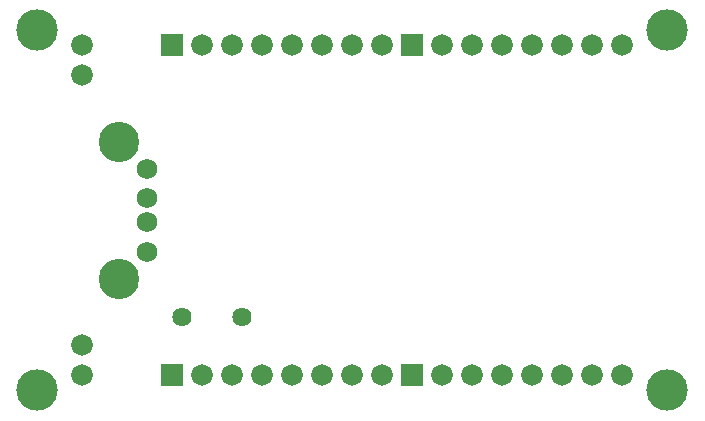
<source format=gbs>
G75*
G70*
%OFA0B0*%
%FSLAX24Y24*%
%IPPOS*%
%LPD*%
%AMOC8*
5,1,8,0,0,1.08239X$1,22.5*
%
%ADD10C,0.0680*%
%ADD11C,0.1346*%
%ADD12C,0.0720*%
%ADD13R,0.0720X0.0720*%
%ADD14C,0.0640*%
%ADD15C,0.1380*%
D10*
X008107Y006640D03*
X008107Y007624D03*
X008107Y008412D03*
X008107Y009396D03*
D11*
X007162Y010301D03*
X007162Y005734D03*
D12*
X005957Y003518D03*
X005957Y002518D03*
X009957Y002518D03*
X010957Y002518D03*
X011957Y002518D03*
X012957Y002518D03*
X013957Y002518D03*
X014957Y002518D03*
X015957Y002518D03*
X017957Y002518D03*
X018957Y002518D03*
X019957Y002518D03*
X020957Y002518D03*
X021957Y002518D03*
X022957Y002518D03*
X023957Y002518D03*
X005957Y012518D03*
X005957Y013518D03*
X009957Y013518D03*
X010957Y013518D03*
X011957Y013518D03*
X012957Y013518D03*
X013957Y013518D03*
X014957Y013518D03*
X015957Y013518D03*
X017957Y013518D03*
X018957Y013518D03*
X019957Y013518D03*
X020957Y013518D03*
X021957Y013518D03*
X022957Y013518D03*
X023957Y013518D03*
D13*
X016957Y013518D03*
X008957Y013518D03*
X008957Y002518D03*
X016957Y002518D03*
D14*
X011288Y004463D03*
X009288Y004463D03*
D15*
X004457Y002018D03*
X004457Y014018D03*
X025457Y014018D03*
X025457Y002018D03*
M02*

</source>
